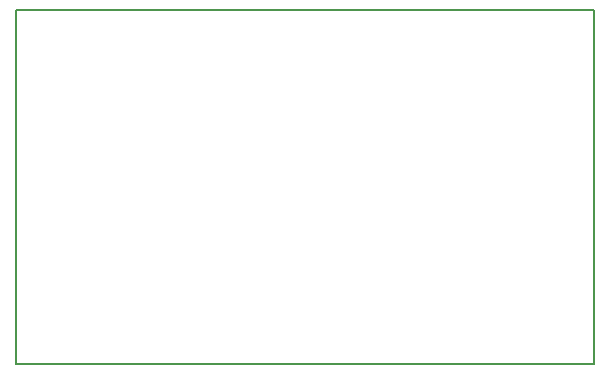
<source format=gbr>
%FSLAX34Y34*%
G04 Gerber Fmt 3.4, Leading zero omitted, Abs format*
G04 (created by PCBNEW (2014-06-26 BZR 4956)-product) date 03/07/2014 22:05:42*
%MOIN*%
G01*
G70*
G90*
G04 APERTURE LIST*
%ADD10C,0.003937*%
%ADD11C,0.007874*%
G04 APERTURE END LIST*
G54D10*
G54D11*
X62598Y-55314D02*
X62598Y-43503D01*
X81889Y-43503D02*
X62598Y-43503D01*
X81889Y-55314D02*
X81889Y-54724D01*
X62598Y-55314D02*
X81889Y-55314D01*
X81889Y-43503D02*
X81889Y-54724D01*
M02*

</source>
